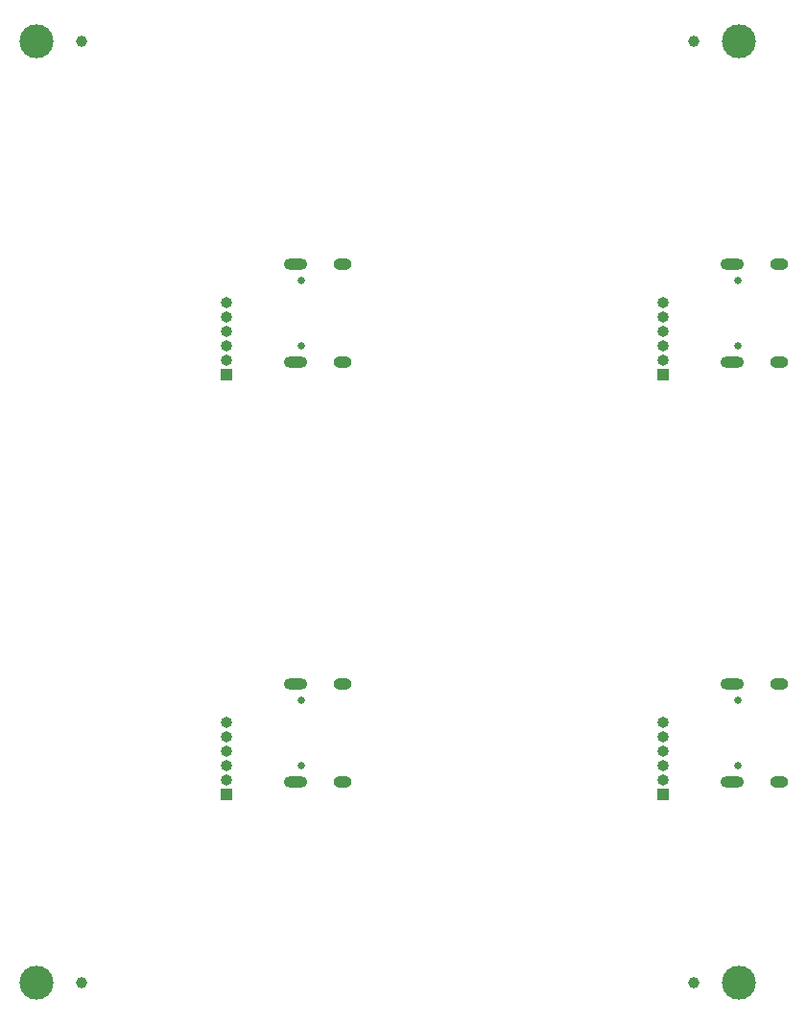
<source format=gbs>
G04 #@! TF.GenerationSoftware,KiCad,Pcbnew,6.0.4-6f826c9f35~116~ubuntu20.04.1*
G04 #@! TF.CreationDate,2022-04-01T21:21:36+11:00*
G04 #@! TF.ProjectId,panel,70616e65-6c2e-46b6-9963-61645f706362,rev?*
G04 #@! TF.SameCoordinates,Original*
G04 #@! TF.FileFunction,Soldermask,Bot*
G04 #@! TF.FilePolarity,Negative*
%FSLAX46Y46*%
G04 Gerber Fmt 4.6, Leading zero omitted, Abs format (unit mm)*
G04 Created by KiCad (PCBNEW 6.0.4-6f826c9f35~116~ubuntu20.04.1) date 2022-04-01 21:21:36*
%MOMM*%
%LPD*%
G01*
G04 APERTURE LIST*
%ADD10C,0.650000*%
%ADD11O,2.100000X1.000000*%
%ADD12O,1.600000X1.000000*%
%ADD13R,1.000000X1.000000*%
%ADD14O,1.000000X1.000000*%
%ADD15C,3.000000*%
%ADD16C,1.000000*%
G04 APERTURE END LIST*
D10*
X100150002Y-48084999D03*
X100150002Y-53864999D03*
D11*
X99620002Y-55294999D03*
D12*
X103800002Y-55294999D03*
X103800002Y-46654999D03*
D11*
X99620002Y-46654999D03*
D13*
X93525002Y-56374999D03*
D14*
X93525002Y-55104999D03*
X93525002Y-53834999D03*
X93525002Y-52564999D03*
X93525002Y-51294999D03*
X93525002Y-50024999D03*
D13*
X55024999Y-56374999D03*
D14*
X55024999Y-55104999D03*
X55024999Y-53834999D03*
X55024999Y-52564999D03*
X55024999Y-51294999D03*
X55024999Y-50024999D03*
D13*
X55024999Y-93375002D03*
D14*
X55024999Y-92105002D03*
X55024999Y-90835002D03*
X55024999Y-89565002D03*
X55024999Y-88295002D03*
X55024999Y-87025002D03*
D10*
X100150002Y-85085002D03*
X100150002Y-90865002D03*
D11*
X99620002Y-92295002D03*
X99620002Y-83655002D03*
D12*
X103800002Y-83655002D03*
X103800002Y-92295002D03*
D13*
X93525002Y-93375002D03*
D14*
X93525002Y-92105002D03*
X93525002Y-90835002D03*
X93525002Y-89565002D03*
X93525002Y-88295002D03*
X93525002Y-87025002D03*
D10*
X61649999Y-53864999D03*
X61649999Y-48084999D03*
D12*
X65299999Y-46654999D03*
X65299999Y-55294999D03*
D11*
X61119999Y-46654999D03*
X61119999Y-55294999D03*
D15*
X100251000Y-109998000D03*
X38249000Y-27002000D03*
D10*
X61649999Y-90865002D03*
X61649999Y-85085002D03*
D12*
X65299999Y-92295002D03*
D11*
X61119999Y-83655002D03*
X61119999Y-92295002D03*
D12*
X65299999Y-83655002D03*
D15*
X100251000Y-27002000D03*
X38249000Y-109998000D03*
D16*
X96251000Y-27002000D03*
X42249000Y-27002000D03*
X42249000Y-109998000D03*
X96251000Y-109998000D03*
M02*

</source>
